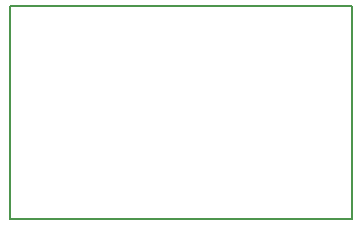
<source format=gbr>
G04 #@! TF.FileFunction,Profile,NP*
%FSLAX46Y46*%
G04 Gerber Fmt 4.6, Leading zero omitted, Abs format (unit mm)*
G04 Created by KiCad (PCBNEW 4.0.1-stable) date 2016/02/12 16:52:31*
%MOMM*%
G01*
G04 APERTURE LIST*
%ADD10C,0.100000*%
%ADD11C,0.150000*%
G04 APERTURE END LIST*
D10*
D11*
X41000000Y-30000000D02*
X41000000Y-12000000D01*
X12000000Y-30000000D02*
X41000000Y-30000000D01*
X12000000Y-12000000D02*
X12000000Y-30000000D01*
X41000000Y-12000000D02*
X12000000Y-12000000D01*
M02*

</source>
